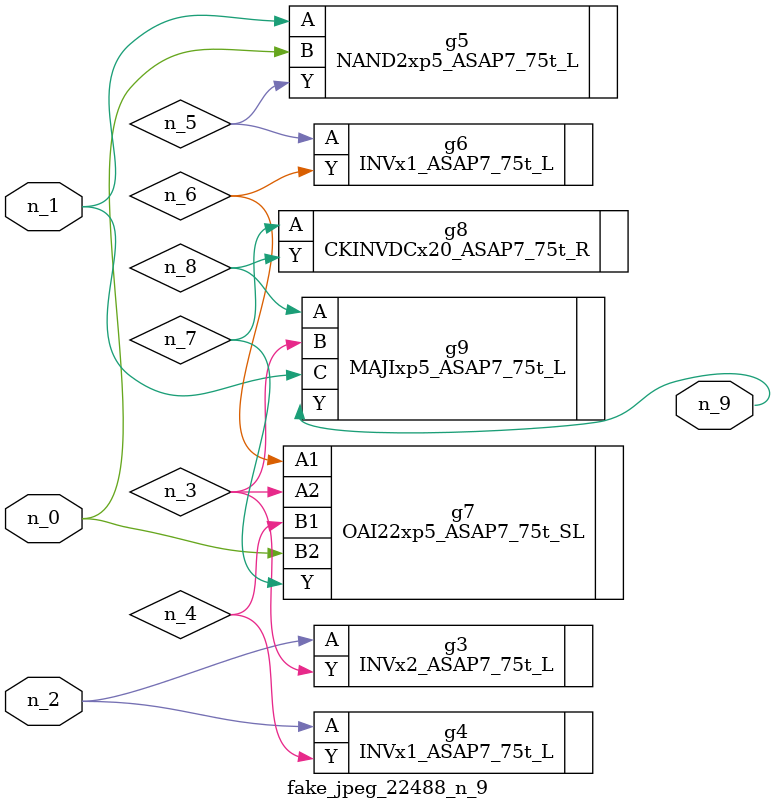
<source format=v>
module fake_jpeg_22488_n_9 (n_0, n_2, n_1, n_9);

input n_0;
input n_2;
input n_1;

output n_9;

wire n_3;
wire n_4;
wire n_8;
wire n_6;
wire n_5;
wire n_7;

INVx2_ASAP7_75t_L g3 ( 
.A(n_2),
.Y(n_3)
);

INVx1_ASAP7_75t_L g4 ( 
.A(n_2),
.Y(n_4)
);

NAND2xp5_ASAP7_75t_L g5 ( 
.A(n_1),
.B(n_0),
.Y(n_5)
);

INVx1_ASAP7_75t_L g6 ( 
.A(n_5),
.Y(n_6)
);

OAI22xp5_ASAP7_75t_SL g7 ( 
.A1(n_6),
.A2(n_3),
.B1(n_4),
.B2(n_0),
.Y(n_7)
);

CKINVDCx20_ASAP7_75t_R g8 ( 
.A(n_7),
.Y(n_8)
);

MAJIxp5_ASAP7_75t_L g9 ( 
.A(n_8),
.B(n_3),
.C(n_1),
.Y(n_9)
);


endmodule
</source>
